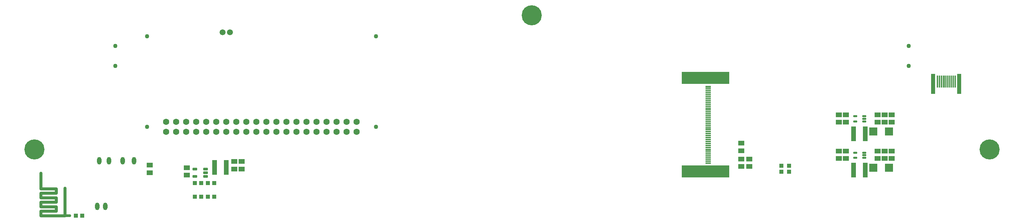
<source format=gts>
G04 Layer_Color=8388736*
%FSLAX25Y25*%
%MOIN*%
G70*
G01*
G75*
%ADD42R,0.04142X0.04339*%
%ADD43R,0.04339X0.20087*%
G04:AMPARAMS|DCode=44|XSize=19.76mil|YSize=37.48mil|CornerRadius=3.98mil|HoleSize=0mil|Usage=FLASHONLY|Rotation=270.000|XOffset=0mil|YOffset=0mil|HoleType=Round|Shape=RoundedRectangle|*
%AMROUNDEDRECTD44*
21,1,0.01976,0.02953,0,0,270.0*
21,1,0.01181,0.03748,0,0,270.0*
1,1,0.00795,-0.01476,-0.00591*
1,1,0.00795,-0.01476,0.00591*
1,1,0.00795,0.01476,0.00591*
1,1,0.00795,0.01476,-0.00591*
%
%ADD44ROUNDEDRECTD44*%
%ADD45R,0.04929X0.14575*%
%ADD46R,0.08276X0.08276*%
%ADD47R,0.05913X0.04535*%
%ADD48R,0.04339X0.04142*%
G04:AMPARAMS|DCode=49|XSize=27.64mil|YSize=43.39mil|CornerRadius=4.02mil|HoleSize=0mil|Usage=FLASHONLY|Rotation=270.000|XOffset=0mil|YOffset=0mil|HoleType=Round|Shape=RoundedRectangle|*
%AMROUNDEDRECTD49*
21,1,0.02764,0.03535,0,0,270.0*
21,1,0.01961,0.04339,0,0,270.0*
1,1,0.00803,-0.01768,-0.00980*
1,1,0.00803,-0.01768,0.00980*
1,1,0.00803,0.01768,0.00980*
1,1,0.00803,0.01768,-0.00980*
%
%ADD49ROUNDEDRECTD49*%
%ADD50O,0.01583X0.12213*%
%ADD51O,0.04339X0.07488*%
%ADD52O,0.07902X0.02902*%
%ADD53R,0.03945X0.04339*%
%ADD54O,0.05520X0.01583*%
%ADD55R,0.47646X0.12213*%
%ADD56C,0.06307*%
%ADD57C,0.02902*%
%ADD58C,0.04339*%
%ADD59C,0.20087*%
%ADD60C,0.05913*%
D42*
X752756Y57480D02*
D03*
Y51181D02*
D03*
X744882Y57480D02*
D03*
Y51181D02*
D03*
D43*
X896457Y139370D02*
D03*
X922441D02*
D03*
D44*
X818799Y65354D02*
D03*
Y70472D02*
D03*
X827658D02*
D03*
Y67913D02*
D03*
Y65354D02*
D03*
X818799Y101772D02*
D03*
Y106890D02*
D03*
X827658D02*
D03*
Y104331D02*
D03*
Y101772D02*
D03*
D45*
X817126Y52953D02*
D03*
X828740D02*
D03*
X817126Y89370D02*
D03*
X828740D02*
D03*
X191142Y55512D02*
D03*
X179528D02*
D03*
D46*
X852362Y55315D02*
D03*
X836614D02*
D03*
X852362Y91732D02*
D03*
X836614D02*
D03*
D47*
X848032Y64567D02*
D03*
Y72047D02*
D03*
X840945Y64567D02*
D03*
Y72047D02*
D03*
X802362Y64567D02*
D03*
Y72047D02*
D03*
X809449Y64567D02*
D03*
Y72047D02*
D03*
X855118Y64567D02*
D03*
Y72047D02*
D03*
X855118Y100984D02*
D03*
Y108465D02*
D03*
X809449Y100984D02*
D03*
Y108465D02*
D03*
X802362Y100984D02*
D03*
Y108465D02*
D03*
X840945Y100984D02*
D03*
Y108465D02*
D03*
X848032Y100984D02*
D03*
Y108465D02*
D03*
X712992Y63976D02*
D03*
Y56496D02*
D03*
X705118Y63976D02*
D03*
Y56496D02*
D03*
X705118Y79921D02*
D03*
Y72441D02*
D03*
X151969Y55315D02*
D03*
Y47835D02*
D03*
X206693Y54134D02*
D03*
Y61614D02*
D03*
X199213Y54134D02*
D03*
Y61614D02*
D03*
X114961Y57874D02*
D03*
Y50394D02*
D03*
D48*
X179134Y26378D02*
D03*
X172835D02*
D03*
X166142D02*
D03*
X159843D02*
D03*
X166142Y40157D02*
D03*
X159843D02*
D03*
X179134D02*
D03*
X172835D02*
D03*
D49*
X170768Y46654D02*
D03*
X170768Y50394D02*
D03*
X170768Y54134D02*
D03*
X159941D02*
D03*
Y46654D02*
D03*
D50*
X918307Y141732D02*
D03*
X916339D02*
D03*
X914370D02*
D03*
X912402D02*
D03*
X910433D02*
D03*
X908465D02*
D03*
X906496D02*
D03*
X904527D02*
D03*
X902559D02*
D03*
X900591D02*
D03*
D51*
X64488Y62205D02*
D03*
X74331D02*
D03*
X88110D02*
D03*
X99134Y62205D02*
D03*
X70472Y16535D02*
D03*
X62598D02*
D03*
D52*
X32685Y7346D02*
D03*
D53*
X41339Y7480D02*
D03*
X47638D02*
D03*
D54*
X671850Y60039D02*
D03*
Y62008D02*
D03*
Y63976D02*
D03*
Y65945D02*
D03*
Y67913D02*
D03*
Y69882D02*
D03*
Y71850D02*
D03*
Y73819D02*
D03*
Y75787D02*
D03*
Y77756D02*
D03*
Y79724D02*
D03*
Y81693D02*
D03*
Y83661D02*
D03*
Y85630D02*
D03*
Y87598D02*
D03*
Y89567D02*
D03*
Y91535D02*
D03*
Y93504D02*
D03*
Y95472D02*
D03*
Y97441D02*
D03*
Y99410D02*
D03*
Y101378D02*
D03*
Y103347D02*
D03*
Y105315D02*
D03*
Y107283D02*
D03*
Y109252D02*
D03*
Y111221D02*
D03*
Y113189D02*
D03*
Y115157D02*
D03*
Y117126D02*
D03*
Y119095D02*
D03*
Y121063D02*
D03*
Y123031D02*
D03*
Y125000D02*
D03*
Y126969D02*
D03*
Y128937D02*
D03*
Y130905D02*
D03*
Y132874D02*
D03*
Y134843D02*
D03*
Y136811D02*
D03*
D55*
X669291Y51575D02*
D03*
Y145276D02*
D03*
D56*
X131378Y91457D02*
D03*
Y101457D02*
D03*
X141378Y91457D02*
D03*
Y101457D02*
D03*
X151378Y91457D02*
D03*
Y101457D02*
D03*
X161378Y91457D02*
D03*
Y101457D02*
D03*
X171378Y91457D02*
D03*
Y101457D02*
D03*
X181378Y91457D02*
D03*
Y101457D02*
D03*
X191378Y91457D02*
D03*
Y101457D02*
D03*
X201378Y91457D02*
D03*
Y101457D02*
D03*
X211378Y91457D02*
D03*
Y101457D02*
D03*
X221378Y91457D02*
D03*
Y101457D02*
D03*
X231378Y91457D02*
D03*
Y101457D02*
D03*
X241378Y91457D02*
D03*
Y101457D02*
D03*
X251378Y91457D02*
D03*
Y101457D02*
D03*
X261378Y91457D02*
D03*
Y101457D02*
D03*
X271378Y91457D02*
D03*
Y101457D02*
D03*
X281378Y91457D02*
D03*
Y101457D02*
D03*
X291378Y91457D02*
D03*
Y101457D02*
D03*
X301378Y91457D02*
D03*
Y101457D02*
D03*
X311378Y91457D02*
D03*
Y101457D02*
D03*
X321378Y91457D02*
D03*
Y101457D02*
D03*
D57*
X30185Y7346D02*
Y34846D01*
X6185Y34347D02*
Y49847D01*
Y34347D02*
X21685D01*
Y29847D02*
Y34347D01*
X6185Y29847D02*
X21685D01*
X6185Y25346D02*
Y29847D01*
Y25346D02*
X21685D01*
Y20846D02*
Y25346D01*
X6185Y20846D02*
X21685D01*
X6185Y16346D02*
Y20846D01*
Y16346D02*
X21685D01*
Y11846D02*
Y16346D01*
X6185Y11846D02*
X21685D01*
X6185Y7346D02*
Y11846D01*
Y7346D02*
X30185D01*
D58*
X80709Y177165D02*
D03*
Y157480D02*
D03*
X872047D02*
D03*
Y177165D02*
D03*
X112205Y187008D02*
D03*
Y96457D02*
D03*
X340551D02*
D03*
Y187008D02*
D03*
D59*
X952756Y73543D02*
D03*
X0D02*
D03*
X496063Y207874D02*
D03*
D60*
X187795Y190945D02*
D03*
X194882D02*
D03*
M02*

</source>
